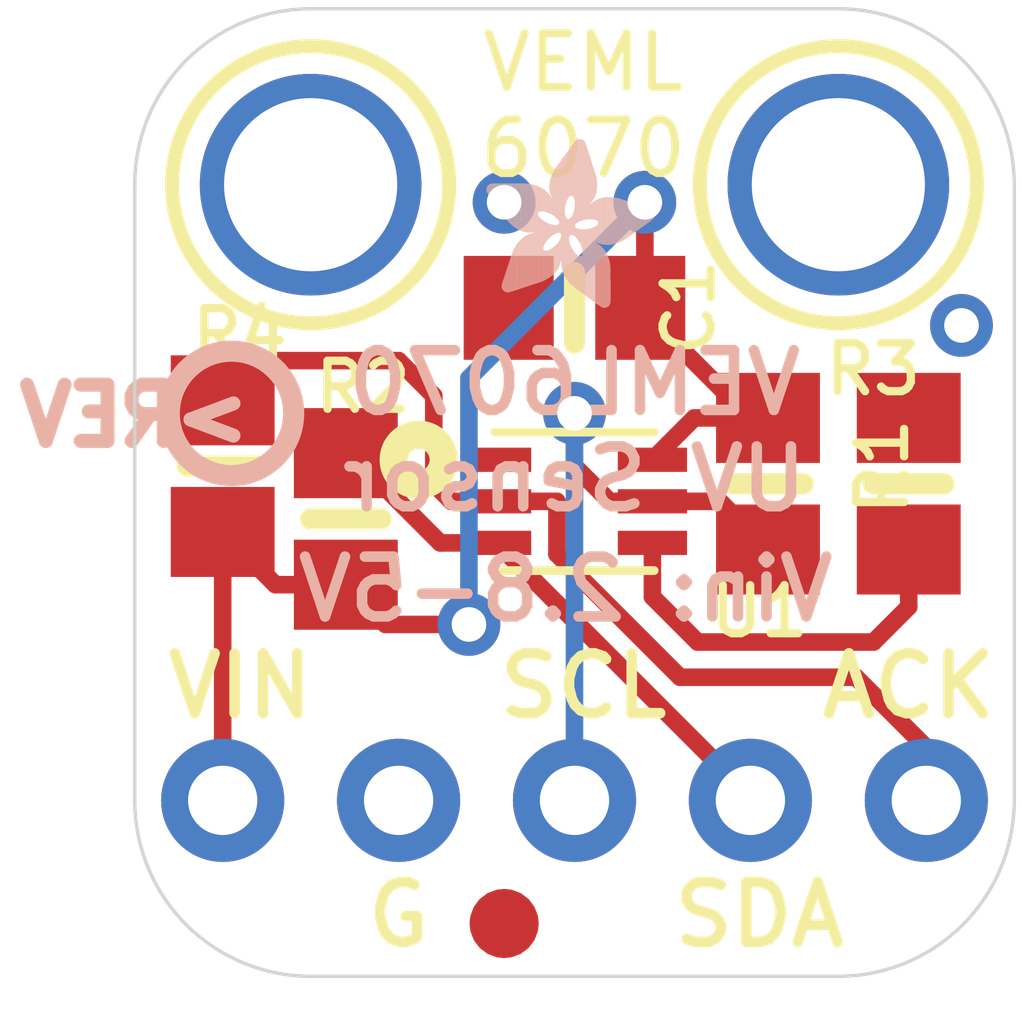
<source format=kicad_pcb>
(kicad_pcb (version 20211014) (generator pcbnew)
  (layers (0 "F.Cu" signal) (31 "B.Cu" signal) (34 "B.Paste" user) (35 "F.Paste" user) (36 "B.SilkS" user "B.Silkscreen") (37 "F.SilkS" user "F.Silkscreen") (38 "B.Mask" user) (39 "F.Mask" user) (44 "Edge.Cuts" user))
  (net 0 "")
  (net 1 "VDD")
  (net 2 "GND")
  (net 3 "SCL")
  (net 4 "SDA")
  (net 5 "ACK")
  (net 6 "SET")
  (footprint "boardEagle:0805-NO" (layer "F.Cu") (at 145.1991 105.3846 -90)
    (fp_text reference "R2" (at -1.905 0.508) (layer "F.SilkS") (effects (font (size 0.692831 0.692831) (thickness 0.119969)) (justify left)))
    (fp_text value "10K")
    (pad "1" smd rect (at -0.95 0 270) (size 1.3 1.5) (layers "F.Cu" "F.Paste" "F.Mask") (net 4 "SDA"))
    (pad "2" smd rect (at 0.95 0 270) (size 1.3 1.5) (layers "F.Cu" "F.Paste" "F.Mask") (net 1 "VDD"))
  )
  (footprint "boardEagle:0805-NO" (layer "F.Cu") (at 151.2951 104.8766 90)
    (fp_text reference "R1" (at -0.508 1.651 90) (layer "F.SilkS") (effects (font (size 0.692831 0.692831) (thickness 0.119969)) (justify left)))
    (fp_text value "10K")
    (pad "1" smd rect (at -0.95 0 90) (size 1.3 1.5) (layers "F.Cu" "F.Paste" "F.Mask") (net 3 "SCL"))
    (pad "2" smd rect (at 0.95 0 90) (size 1.3 1.5) (layers "F.Cu" "F.Paste" "F.Mask") (net 1 "VDD"))
  )
  (footprint "boardEagle:0805-NO" (layer "F.Cu") (at 143.4211 104.6226 -90)
    (fp_text reference "R4" (at -1.905 0.508) (layer "F.SilkS") (effects (font (size 0.692831 0.692831) (thickness 0.119969)) (justify left)))
    (fp_text value "10K")
    (pad "1" smd rect (at -0.95 0 270) (size 1.3 1.5) (layers "F.Cu" "F.Paste" "F.Mask") (net 5 "ACK"))
    (pad "2" smd rect (at 0.95 0 270) (size 1.3 1.5) (layers "F.Cu" "F.Paste" "F.Mask") (net 1 "VDD"))
  )
  (footprint "boardEagle:MOUNTINGHOLE_2.5_PLATED" (layer "F.Cu") (at 144.6911 100.5586)
    (fp_text reference "U$10" hide)
    (fp_text value "MOUNTINGHOLE2.5" hide)
    (pad "P$1" thru_hole circle (at 0 0) (size 3.2 3.2) (drill 2.5) (layers *.Cu *.Mask))
  )
  (footprint "boardEagle:MOUNTINGHOLE_2.5_PLATED" (layer "F.Cu") (at 152.3111 100.5586)
    (fp_text reference "U$11" hide)
    (fp_text value "MOUNTINGHOLE2.5" hide)
    (pad "P$1" thru_hole circle (at 0 0) (size 3.2 3.2) (drill 2.5) (layers *.Cu *.Mask))
  )
  (footprint "boardEagle:FIDUCIAL_1MM" (layer "F.Cu") (at 147.4851 111.2266)
    (fp_text reference "FID1" hide)
    (fp_text value "FIDUCIAL\"\"" hide)
    (pad "1" smd roundrect (at 0 0) (size 1 1) (layers "F.Cu" "F.Mask") (roundrect_rratio 0.5))
  )
  (footprint "boardEagle:0805-NO" (layer "F.Cu") (at 153.3271 104.8766 -90)
    (fp_text reference "R3" (at -1.651 1.27) (layer "F.SilkS") (effects (font (size 0.692831 0.692831) (thickness 0.119969)) (justify left)))
    (fp_text value "270K")
    (pad "1" smd rect (at -0.95 0 270) (size 1.3 1.5) (layers "F.Cu" "F.Paste" "F.Mask") (net 2 "GND"))
    (pad "2" smd rect (at 0.95 0 270) (size 1.3 1.5) (layers "F.Cu" "F.Paste" "F.Mask") (net 6 "SET"))
  )
  (footprint "boardEagle:1X05_ROUND_70" (layer "F.Cu") (at 148.5011 109.4486)
    (fp_text reference "JP1" hide)
    (fp_text value "")
    (pad "1" thru_hole circle (at -5.08 0 90) (size 1.778 1.778) (drill 1) (layers *.Cu *.Mask) (net 1 "VDD"))
    (pad "2" thru_hole circle (at -2.54 0 90) (size 1.778 1.778) (drill 1) (layers *.Cu *.Mask) (net 2 "GND"))
    (pad "3" thru_hole circle (at 0 0 90) (size 1.778 1.778) (drill 1) (layers *.Cu *.Mask) (net 3 "SCL"))
    (pad "4" thru_hole circle (at 2.54 0 90) (size 1.778 1.778) (drill 1) (layers *.Cu *.Mask) (net 4 "SDA"))
    (pad "5" thru_hole circle (at 5.08 0 90) (size 1.778 1.778) (drill 1) (layers *.Cu *.Mask) (net 5 "ACK"))
  )
  (footprint "boardEagle:0805-NO" (layer "F.Cu") (at 148.5011 102.3366 180)
    (fp_text reference "C1" (at -1.651 0.762 90) (layer "F.SilkS") (effects (font (size 0.692831 0.692831) (thickness 0.119969)) (justify right)))
    (fp_text value "10uF")
    (pad "1" smd rect (at -0.95 0 180) (size 1.3 1.5) (layers "F.Cu" "F.Paste" "F.Mask") (net 1 "VDD"))
    (pad "2" smd rect (at 0.95 0 180) (size 1.3 1.5) (layers "F.Cu" "F.Paste" "F.Mask") (net 2 "GND"))
  )
  (footprint "boardEagle:VEML6070" (layer "F.Cu") (at 148.5011 105.1306)
    (fp_text reference "U1" (at 1.897 1.59) (layer "F.SilkS") (effects (font (size 0.692831 0.692831) (thickness 0.119969)) (justify left)))
    (fp_text value "VEML6070")
    (pad "1" smd rect (at -1.125 -0.6) (size 1 0.35) (layers "F.Cu" "F.Paste" "F.Mask") (net 2 "GND"))
    (pad "2" smd rect (at -1.125 0) (size 1 0.35) (layers "F.Cu" "F.Paste" "F.Mask") (net 5 "ACK"))
    (pad "3" smd rect (at -1.125 0.6) (size 1 0.35) (layers "F.Cu" "F.Paste" "F.Mask") (net 4 "SDA"))
    (pad "4" smd rect (at 1.125 0.6) (size 1 0.35) (layers "F.Cu" "F.Paste" "F.Mask") (net 6 "SET"))
    (pad "5" smd rect (at 1.125 0) (size 1 0.35) (layers "F.Cu" "F.Paste" "F.Mask") (net 3 "SCL"))
    (pad "6" smd rect (at 1.125 -0.6) (size 1 0.35) (layers "F.Cu" "F.Paste" "F.Mask") (net 1 "VDD"))
  )
  (footprint "boardEagle:PCBFEAT-REV-040" (layer "B.Cu") (at 143.5481 103.8606 180)
    (fp_text reference "U$2" hide)
    (fp_text value "" hide)
    (fp_text user ">REV" (at -0.3556 -0.508) (layer "B.SilkS") (effects (font (size 0.8128 0.8128) (thickness 0.2032)) (justify left bottom mirror)))
  )
  (footprint "boardEagle:ADAFRUIT_2.5MM" (layer "B.Cu") (at 147.2311 102.3366 90)
    (fp_text reference "U$14" hide)
    (fp_text value "" hide)
  )
  (gr_line (start 144.6911 98.0186) (end 152.3111 98.0186) (layer "Edge.Cuts") (width 0.05))
  (gr_arc (start 142.1511 100.5586) (mid 142.895049 98.762549) (end 144.6911 98.0186) (layer "Edge.Cuts") (width 0.05))
  (gr_line (start 152.3111 111.9886) (end 144.6911 111.9886) (layer "Edge.Cuts") (width 0.05))
  (gr_arc (start 144.6911 111.9886) (mid 142.895049 111.244651) (end 142.1511 109.4486) (layer "Edge.Cuts") (width 0.05))
  (gr_line (start 154.8511 100.5586) (end 154.8511 109.4486) (layer "Edge.Cuts") (width 0.05))
  (gr_arc (start 154.8511 109.4486) (mid 154.107151 111.244651) (end 152.3111 111.9886) (layer "Edge.Cuts") (width 0.05))
  (gr_line (start 142.1511 109.4486) (end 142.1511 100.5586) (layer "Edge.Cuts") (width 0.05))
  (gr_arc (start 152.3111 98.0186) (mid 154.107151 98.762549) (end 154.8511 100.5586) (layer "Edge.Cuts") (width 0.05))
  (gr_text "VEML6070\nUV Sensor" (at 148.5011 104.1146) (layer "B.SilkS") (effects (font (size 0.8636 0.8636) (thickness 0.1524)) (justify mirror)))
  (gr_text "Vin: 2.8-5V" (at 148.3741 106.4006) (layer "B.SilkS") (effects (font (size 0.8636 0.8636) (thickness 0.1524)) (justify mirror)))
  (gr_text "SDA" (at 151.1681 111.0996) (layer "F.SilkS") (effects (font (size 0.8636 0.8636) (thickness 0.1524))))
  (gr_text "SCL" (at 148.6281 107.7976) (layer "F.SilkS") (effects (font (size 0.8636 0.8636) (thickness 0.1524))))
  (gr_text "VIN" (at 143.6751 107.7976) (layer "F.SilkS") (effects (font (size 0.8636 0.8636) (thickness 0.1524))))
  (gr_text "VEML\n6070" (at 148.6281 99.4156) (layer "F.SilkS") (effects (font (size 0.77343 0.77343) (thickness 0.11557))))
  (gr_text "ACK" (at 153.3271 107.7976) (layer "F.SilkS") (effects (font (size 0.8636 0.8636) (thickness 0.1524))))
  (gr_text "G" (at 145.9611 111.0996) (layer "F.SilkS") (effects (font (size 0.8636 0.8636) (thickness 0.1524))))
  (segment (start 149.4511 102.3366) (end 151.0411 103.9266) (width 0.254) (layer "F.Cu") (net 1))
  (segment (start 145.1991 106.3346) (end 145.7731 106.9086) (width 0.254) (layer "F.Cu") (net 1))
  (segment (start 144.1831 106.3346) (end 143.4211 105.5726) (width 0.254) (layer "F.Cu") (net 1))
  (segment (start 143.4211 105.5726) (end 143.4211 109.4486) (width 0.254) (layer "F.Cu") (net 1))
  (segment (start 145.1991 106.3346) (end 144.1831 106.3346) (width 0.254) (layer "F.Cu") (net 1))
  (segment (start 151.0411 103.9266) (end 151.2951 103.9266) (width 0.254) (layer "F.Cu") (net 1))
  (segment (start 149.5171 100.8126) (end 149.5171 102.5246) (width 0.254) (layer "F.Cu") (net 1))
  (segment (start 145.7731 106.9086) (end 146.9771 106.9086) (width 0.254) (layer "F.Cu") (net 1))
  (segment (start 150.2301 103.9266) (end 149.6261 104.5306) (width 0.254) (layer "F.Cu") (net 1))
  (segment (start 149.5171 102.5246) (end 149.4511 102.3366) (width 0.254) (layer "F.Cu") (net 1))
  (segment (start 151.2951 103.9266) (end 150.2301 103.9266) (width 0.254) (layer "F.Cu") (net 1))
  (via (at 146.9771 106.9086) (size 0.9064) (drill 0.5) (layers "F.Cu" "B.Cu") (net 1))
  (via (at 149.5171 100.8126) (size 0.9064) (drill 0.5) (layers "F.Cu" "B.Cu") (net 1))
  (segment (start 146.9771 103.3526) (end 149.5171 100.8126) (width 0.254) (layer "B.Cu") (net 1))
  (segment (start 146.9771 106.9086) (end 146.9771 103.3526) (width 0.254) (layer "B.Cu") (net 1))
  (via (at 147.4851 100.8126) (size 0.9064) (drill 0.5) (layers "F.Cu" "B.Cu") (net 2))
  (via (at 154.0891 102.5906) (size 0.9064) (drill 0.5) (layers "F.Cu" "B.Cu") (net 2))
  (segment (start 149.6261 105.1306) (end 149.0091 105.1306) (width 0.254) (layer "F.Cu") (net 3))
  (segment (start 148.5011 104.6226) (end 148.5011 103.8606) (width 0.254) (layer "F.Cu") (net 3))
  (segment (start 149.0091 105.1306) (end 148.5011 104.6226) (width 0.254) (layer "F.Cu") (net 3))
  (segment (start 149.6261 105.1306) (end 150.5991 105.1306) (width 0.254) (layer "F.Cu") (net 3))
  (segment (start 150.5991 105.1306) (end 151.2951 105.8266) (width 0.254) (layer "F.Cu") (net 3))
  (via (at 148.5011 103.8606) (size 0.9064) (drill 0.5) (layers "F.Cu" "B.Cu") (net 3))
  (segment (start 148.5011 103.8606) (end 148.5011 109.4486) (width 0.254) (layer "B.Cu") (net 3))
  (segment (start 146.5611 105.7306) (end 147.3761 105.7306) (width 0.254) (layer "F.Cu") (net 4))
  (segment (start 145.2651 104.4346) (end 146.5611 105.7306) (width 0.254) (layer "F.Cu") (net 4))
  (segment (start 151.0411 109.3956) (end 151.0411 109.4486) (width 0.254) (layer "F.Cu") (net 4))
  (segment (start 147.3761 105.7306) (end 151.0411 109.3956) (width 0.254) (layer "F.Cu") (net 4))
  (segment (start 145.1991 104.4346) (end 145.2651 104.4346) (width 0.254) (layer "F.Cu") (net 4))
  (segment (start 143.6091 103.6726) (end 144.1831 103.0986) (width 0.254) (layer "F.Cu") (net 5))
  (segment (start 150.0251 107.6706) (end 152.5651 107.6706) (width 0.254) (layer "F.Cu") (net 5))
  (segment (start 152.5651 107.6706) (end 153.5811 108.6866) (width 0.254) (layer "F.Cu") (net 5))
  (segment (start 146.4691 104.8766) (end 146.7231 105.1306) (width 0.254) (layer "F.Cu") (net 5))
  (segment (start 146.7231 105.1306) (end 147.3761 105.1306) (width 0.254) (layer "F.Cu") (net 5))
  (segment (start 153.5811 108.6866) (end 153.5811 109.4486) (width 0.254) (layer "F.Cu") (net 5))
  (segment (start 144.1831 103.0986) (end 145.9611 103.0986) (width 0.254) (layer "F.Cu") (net 5))
  (segment (start 145.9611 103.0986) (end 146.4691 103.6066) (width 0.254) (layer "F.Cu") (net 5))
  (segment (start 143.4211 103.6726) (end 143.6091 103.6726) (width 0.254) (layer "F.Cu") (net 5))
  (segment (start 148.2471 105.8926) (end 150.0251 107.6706) (width 0.254) (layer "F.Cu") (net 5))
  (segment (start 146.4691 103.6066) (end 146.4691 104.8766) (width 0.254) (layer "F.Cu") (net 5))
  (segment (start 147.3761 105.1306) (end 148.2471 105.1306) (width 0.254) (layer "F.Cu") (net 5))
  (segment (start 148.2471 105.1306) (end 148.2471 105.8926) (width 0.254) (layer "F.Cu") (net 5))
  (segment (start 150.2791 107.1626) (end 152.8191 107.1626) (width 0.254) (layer "F.Cu") (net 6))
  (segment (start 153.3271 106.6546) (end 153.3271 105.8266) (width 0.254) (layer "F.Cu") (net 6))
  (segment (start 152.8191 107.1626) (end 153.3271 106.6546) (width 0.254) (layer "F.Cu") (net 6))
  (segment (start 149.6261 105.7306) (end 149.6261 106.5096) (width 0.254) (layer "F.Cu") (net 6))
  (segment (start 149.6261 106.5096) (end 150.2791 107.1626) (width 0.254) (layer "F.Cu") (net 6))
)
</source>
